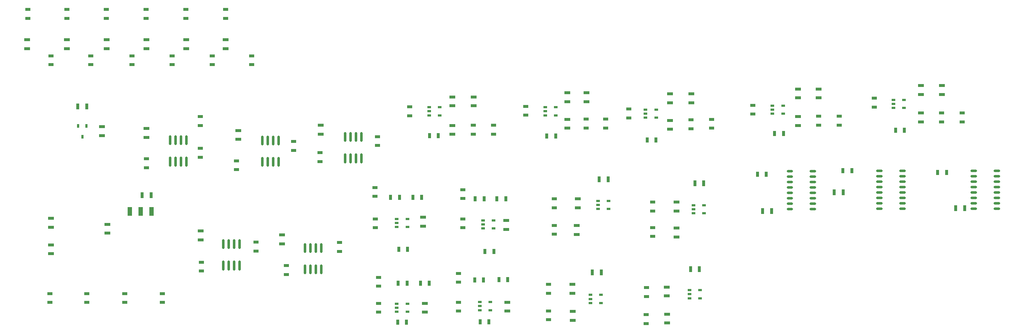
<source format=gbr>
G04 EAGLE Gerber RS-274X export*
G75*
%MOMM*%
%FSLAX34Y34*%
%LPD*%
%INSolderpaste Top*%
%IPPOS*%
%AMOC8*
5,1,8,0,0,1.08239X$1,22.5*%
G01*
%ADD10R,1.066800X2.159000*%
%ADD11C,0.600000*%
%ADD12R,1.250000X0.700000*%
%ADD13R,0.600000X0.900000*%
%ADD14R,0.700000X1.250000*%
%ADD15R,0.900000X0.600000*%
%ADD16R,1.350000X0.750000*%
%ADD17R,0.750000X1.350000*%


D10*
X447040Y314960D03*
X421640Y314960D03*
X396240Y314960D03*
D11*
X2200550Y321310D02*
X2209550Y321310D01*
X2209550Y334010D02*
X2200550Y334010D01*
X2200550Y346710D02*
X2209550Y346710D01*
X2209550Y359410D02*
X2200550Y359410D01*
X2200550Y372110D02*
X2209550Y372110D01*
X2209550Y384810D02*
X2200550Y384810D01*
X2200550Y397510D02*
X2209550Y397510D01*
X2209550Y410210D02*
X2200550Y410210D01*
X2155550Y410210D02*
X2146550Y410210D01*
X2146550Y397510D02*
X2155550Y397510D01*
X2155550Y384810D02*
X2146550Y384810D01*
X2146550Y372110D02*
X2155550Y372110D01*
X2155550Y359410D02*
X2146550Y359410D01*
X2146550Y346710D02*
X2155550Y346710D01*
X2155550Y334010D02*
X2146550Y334010D01*
X2146550Y321310D02*
X2155550Y321310D01*
X2421530Y321310D02*
X2430530Y321310D01*
X2430530Y334010D02*
X2421530Y334010D01*
X2421530Y346710D02*
X2430530Y346710D01*
X2430530Y359410D02*
X2421530Y359410D01*
X2421530Y372110D02*
X2430530Y372110D01*
X2430530Y384810D02*
X2421530Y384810D01*
X2421530Y397510D02*
X2430530Y397510D01*
X2430530Y410210D02*
X2421530Y410210D01*
X2376530Y410210D02*
X2367530Y410210D01*
X2367530Y397510D02*
X2376530Y397510D01*
X2376530Y384810D02*
X2367530Y384810D01*
X2367530Y372110D02*
X2376530Y372110D01*
X2376530Y359410D02*
X2367530Y359410D01*
X2367530Y346710D02*
X2376530Y346710D01*
X2376530Y334010D02*
X2367530Y334010D01*
X2367530Y321310D02*
X2376530Y321310D01*
X2000000Y320675D02*
X1991000Y320675D01*
X1991000Y333375D02*
X2000000Y333375D01*
X2000000Y346075D02*
X1991000Y346075D01*
X1991000Y358775D02*
X2000000Y358775D01*
X2000000Y371475D02*
X1991000Y371475D01*
X1991000Y384175D02*
X2000000Y384175D01*
X2000000Y396875D02*
X1991000Y396875D01*
X1991000Y409575D02*
X2000000Y409575D01*
X1946000Y409575D02*
X1937000Y409575D01*
X1937000Y396875D02*
X1946000Y396875D01*
X1946000Y384175D02*
X1937000Y384175D01*
X1937000Y371475D02*
X1946000Y371475D01*
X1946000Y358775D02*
X1937000Y358775D01*
X1937000Y346075D02*
X1946000Y346075D01*
X1946000Y333375D02*
X1937000Y333375D01*
X1937000Y320675D02*
X1946000Y320675D01*
D12*
X384810Y122260D03*
X384810Y101260D03*
X561340Y516550D03*
X561340Y537550D03*
X887730Y241780D03*
X887730Y220780D03*
X692150Y242910D03*
X692150Y221910D03*
X976630Y490560D03*
X976630Y469560D03*
X779780Y478940D03*
X779780Y457940D03*
X561340Y463280D03*
X561340Y442281D03*
X762576Y187830D03*
X762576Y166830D03*
X563880Y195920D03*
X563880Y174920D03*
X842010Y453070D03*
X842010Y432070D03*
X646430Y433880D03*
X646430Y412880D03*
X435610Y438490D03*
X435610Y417490D03*
D13*
X294590Y515620D03*
X275590Y515620D03*
X285090Y490620D03*
D12*
X1606550Y136230D03*
X1606550Y115230D03*
X1605280Y72730D03*
X1605280Y51730D03*
X1620520Y336890D03*
X1620520Y315890D03*
X1620520Y277200D03*
X1620520Y256200D03*
X1376680Y143850D03*
X1376680Y122850D03*
X1376680Y81620D03*
X1376680Y60620D03*
X1390650Y344510D03*
X1390650Y323510D03*
X1390650Y282280D03*
X1390650Y261280D03*
D14*
X1044280Y54610D03*
X1023280Y54610D03*
X1237320Y55880D03*
X1216320Y55880D03*
X1045550Y146050D03*
X1024550Y146050D03*
X1224620Y153670D03*
X1203620Y153670D03*
D12*
X979170Y78400D03*
X979170Y99400D03*
X979170Y160360D03*
X979170Y139360D03*
X1165860Y80940D03*
X1165860Y101940D03*
X1165860Y169590D03*
X1165860Y148590D03*
D14*
X1097620Y146050D03*
X1076620Y146050D03*
X1281430Y154940D03*
X1260430Y154940D03*
X1248750Y220980D03*
X1227750Y220980D03*
X1046820Y226060D03*
X1025820Y226060D03*
X1225890Y344170D03*
X1204890Y344170D03*
X1027770Y347980D03*
X1006770Y347980D03*
D12*
X1176020Y276520D03*
X1176020Y297520D03*
X1176020Y366100D03*
X1176020Y345100D03*
X971550Y276520D03*
X971550Y297520D03*
X970280Y371180D03*
X970280Y350180D03*
D14*
X1276690Y344170D03*
X1255690Y344170D03*
X1079840Y347980D03*
X1058840Y347980D03*
D12*
X209550Y101260D03*
X209550Y122260D03*
X472440Y122260D03*
X472440Y101260D03*
X295910Y101260D03*
X295910Y122260D03*
X2139950Y559730D03*
X2139950Y580730D03*
D14*
X2210140Y505460D03*
X2189140Y505460D03*
D12*
X2296890Y546330D03*
X2296890Y525330D03*
X2345150Y525330D03*
X2345150Y546330D03*
X1855130Y543220D03*
X1855130Y564220D03*
D14*
X1926930Y497840D03*
X1905930Y497840D03*
D12*
X1564300Y534330D03*
X1564300Y555330D03*
X2008800Y538050D03*
X2008800Y517050D03*
X2057060Y517050D03*
X2057060Y538050D03*
D14*
X1628480Y482600D03*
X1607480Y482600D03*
D12*
X1710690Y529930D03*
X1710690Y508930D03*
X1758950Y510200D03*
X1758950Y531200D03*
X1323340Y540680D03*
X1323340Y561680D03*
X1051560Y539410D03*
X1051560Y560410D03*
D14*
X1393530Y491490D03*
X1372530Y491490D03*
D12*
X1464619Y531700D03*
X1464619Y510700D03*
X1510210Y510700D03*
X1510210Y531700D03*
D14*
X1118870Y492760D03*
X1097870Y492760D03*
D12*
X1200459Y517230D03*
X1200459Y496230D03*
X1248070Y496230D03*
X1248070Y517230D03*
X620530Y789010D03*
X620530Y768010D03*
X527566Y789010D03*
X527566Y768010D03*
X434602Y789010D03*
X434602Y768010D03*
X681990Y659130D03*
X681990Y680130D03*
X589280Y659130D03*
X589280Y680130D03*
X495300Y659130D03*
X495300Y680130D03*
X341638Y789010D03*
X341638Y768010D03*
X248674Y789010D03*
X248674Y768010D03*
X157480Y789010D03*
X157480Y768010D03*
X401320Y659130D03*
X401320Y680130D03*
X304800Y659130D03*
X304800Y680130D03*
X212090Y659130D03*
X212090Y680130D03*
D14*
X2308946Y406400D03*
X2287946Y406400D03*
X2086950Y410210D03*
X2065950Y410210D03*
X1886798Y402336D03*
X1865798Y402336D03*
D15*
X1706880Y130150D03*
X1706880Y120650D03*
X1706880Y111150D03*
X1731880Y111150D03*
X1731880Y130150D03*
X1715970Y329540D03*
X1715970Y320040D03*
X1715970Y310540D03*
X1740970Y310540D03*
X1740970Y329540D03*
X1474670Y119060D03*
X1474670Y109560D03*
X1474670Y100060D03*
X1499670Y100060D03*
X1499670Y119060D03*
X1492450Y339700D03*
X1492450Y330200D03*
X1492450Y320700D03*
X1517450Y320700D03*
X1517450Y339700D03*
X1021280Y98400D03*
X1021280Y88900D03*
X1021280Y79400D03*
X1046280Y79400D03*
X1046280Y98400D03*
X1215590Y102210D03*
X1215590Y92710D03*
X1215590Y83210D03*
X1240590Y83210D03*
X1240590Y102210D03*
X1223210Y293980D03*
X1223210Y284480D03*
X1223210Y274980D03*
X1248210Y274980D03*
X1248210Y293980D03*
X1021480Y297180D03*
X1021480Y287680D03*
X1021480Y278180D03*
X1046480Y278180D03*
X1046480Y297180D03*
D11*
X806450Y187970D02*
X806450Y170970D01*
X819150Y170970D02*
X819150Y187970D01*
X831850Y187970D02*
X831850Y170970D01*
X844550Y170970D02*
X844550Y187970D01*
X844550Y220970D02*
X844550Y237970D01*
X831850Y237970D02*
X831850Y220970D01*
X819150Y220970D02*
X819150Y237970D01*
X806450Y237970D02*
X806450Y220970D01*
X614680Y196860D02*
X614680Y179860D01*
X627380Y179860D02*
X627380Y196860D01*
X640080Y196860D02*
X640080Y179860D01*
X652780Y179860D02*
X652780Y196860D01*
X652780Y229860D02*
X652780Y246860D01*
X640080Y246860D02*
X640080Y229860D01*
X627380Y229860D02*
X627380Y246860D01*
X614680Y246860D02*
X614680Y229860D01*
X900430Y431320D02*
X900430Y448320D01*
X913130Y448320D02*
X913130Y431320D01*
X925830Y431320D02*
X925830Y448320D01*
X938530Y448320D02*
X938530Y431320D01*
X938530Y481320D02*
X938530Y498320D01*
X925830Y498320D02*
X925830Y481320D01*
X913130Y481320D02*
X913130Y498320D01*
X900430Y498320D02*
X900430Y481320D01*
X706120Y439900D02*
X706120Y422900D01*
X718820Y422900D02*
X718820Y439900D01*
X731520Y439900D02*
X731520Y422900D01*
X744220Y422900D02*
X744220Y439900D01*
X744220Y472900D02*
X744220Y489900D01*
X731520Y489900D02*
X731520Y472900D01*
X718820Y472900D02*
X718820Y489900D01*
X706120Y489900D02*
X706120Y472900D01*
X490220Y440700D02*
X490220Y423700D01*
X502920Y423700D02*
X502920Y440700D01*
X515620Y440700D02*
X515620Y423700D01*
X528320Y423700D02*
X528320Y440700D01*
X528320Y473700D02*
X528320Y490700D01*
X515620Y490700D02*
X515620Y473700D01*
X502920Y473700D02*
X502920Y490700D01*
X490220Y490700D02*
X490220Y473700D01*
D15*
X2184060Y576580D03*
X2184060Y567080D03*
X2184060Y557580D03*
X2209060Y557580D03*
X2209060Y576580D03*
X1901050Y563220D03*
X1901050Y553720D03*
X1901050Y544220D03*
X1926050Y544220D03*
X1926050Y563220D03*
X1604070Y553720D03*
X1604070Y544220D03*
X1604070Y534720D03*
X1629070Y534720D03*
X1629070Y553720D03*
X1368920Y559410D03*
X1368920Y549910D03*
X1368920Y540410D03*
X1393920Y540410D03*
X1393920Y559410D03*
X1097140Y559410D03*
X1097140Y549910D03*
X1097140Y540410D03*
X1122140Y540410D03*
X1122140Y559410D03*
D16*
X621030Y717890D03*
X621030Y696890D03*
X528066Y717890D03*
X528066Y696890D03*
X435102Y717890D03*
X435102Y696890D03*
X342138Y717890D03*
X342138Y696890D03*
X249174Y717890D03*
X249174Y696890D03*
X156210Y717890D03*
X156210Y696890D03*
X1653540Y137500D03*
X1653540Y116500D03*
X1654810Y53000D03*
X1654810Y74000D03*
X1676400Y336890D03*
X1676400Y315890D03*
X1676400Y254930D03*
X1676400Y275930D03*
D17*
X1730080Y179070D03*
X1709080Y179070D03*
X1740240Y381000D03*
X1719240Y381000D03*
D16*
X1432560Y143850D03*
X1432560Y122850D03*
X1433830Y59350D03*
X1433830Y80350D03*
X1445260Y344510D03*
X1445260Y323510D03*
X1442720Y260940D03*
X1442720Y281940D03*
D17*
X1500210Y171450D03*
X1479210Y171450D03*
X1516380Y389890D03*
X1495380Y389890D03*
D16*
X1087120Y99400D03*
X1087120Y78400D03*
X1280160Y101940D03*
X1280160Y80940D03*
X1277620Y293710D03*
X1277620Y272710D03*
X1083310Y301330D03*
X1083310Y280330D03*
D17*
X295590Y561540D03*
X274590Y561540D03*
D16*
X330810Y513620D03*
X330810Y492620D03*
D17*
X446110Y353060D03*
X425110Y353060D03*
D16*
X344170Y263820D03*
X344170Y284820D03*
X212090Y277790D03*
X212090Y298790D03*
X212090Y215560D03*
X212090Y236560D03*
X753110Y238970D03*
X753110Y259970D03*
X562296Y247860D03*
X562296Y268860D03*
X843594Y496350D03*
X843594Y517350D03*
X435610Y488610D03*
X435610Y509610D03*
X650240Y484000D03*
X650240Y505000D03*
X2297511Y589600D03*
X2297511Y610600D03*
X2248630Y589600D03*
X2248630Y610600D03*
X2248630Y524830D03*
X2248630Y545830D03*
X2009421Y581320D03*
X2009421Y602320D03*
X1960540Y581320D03*
X1960540Y602320D03*
X1710971Y569890D03*
X1710971Y590890D03*
X1960540Y516550D03*
X1960540Y537550D03*
X1660820Y569890D03*
X1660820Y590890D03*
X1660820Y507660D03*
X1660820Y528660D03*
X1465240Y572430D03*
X1465240Y593430D03*
X1201080Y562610D03*
X1201080Y583610D03*
X1420790Y572430D03*
X1420790Y593430D03*
X1151550Y562610D03*
X1151550Y583610D03*
X1420790Y510200D03*
X1420790Y531200D03*
X1151550Y495730D03*
X1151550Y516730D03*
D17*
X2350856Y322834D03*
X2329856Y322834D03*
X2066798Y360172D03*
X2045798Y360172D03*
X1899244Y315722D03*
X1878244Y315722D03*
M02*

</source>
